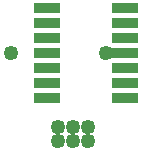
<source format=gts>
G04 MADE WITH FRITZING*
G04 WWW.FRITZING.ORG*
G04 DOUBLE SIDED*
G04 HOLES PLATED*
G04 CONTOUR ON CENTER OF CONTOUR VECTOR*
%ASAXBY*%
%FSLAX23Y23*%
%MOIN*%
%OFA0B0*%
%SFA1.0B1.0*%
%ADD10C,0.049370*%
%ADD11R,0.090000X0.036000*%
%LNMASK1*%
G90*
G70*
G54D10*
X130Y327D03*
X448Y327D03*
X386Y80D03*
X336Y80D03*
X286Y80D03*
X388Y35D03*
X338Y35D03*
X288Y35D03*
G54D11*
X251Y477D03*
X251Y427D03*
X251Y377D03*
X251Y327D03*
X251Y277D03*
X251Y227D03*
X251Y177D03*
X512Y177D03*
X512Y227D03*
X512Y277D03*
X512Y327D03*
X512Y377D03*
X512Y427D03*
X512Y477D03*
G04 End of Mask1*
M02*
</source>
